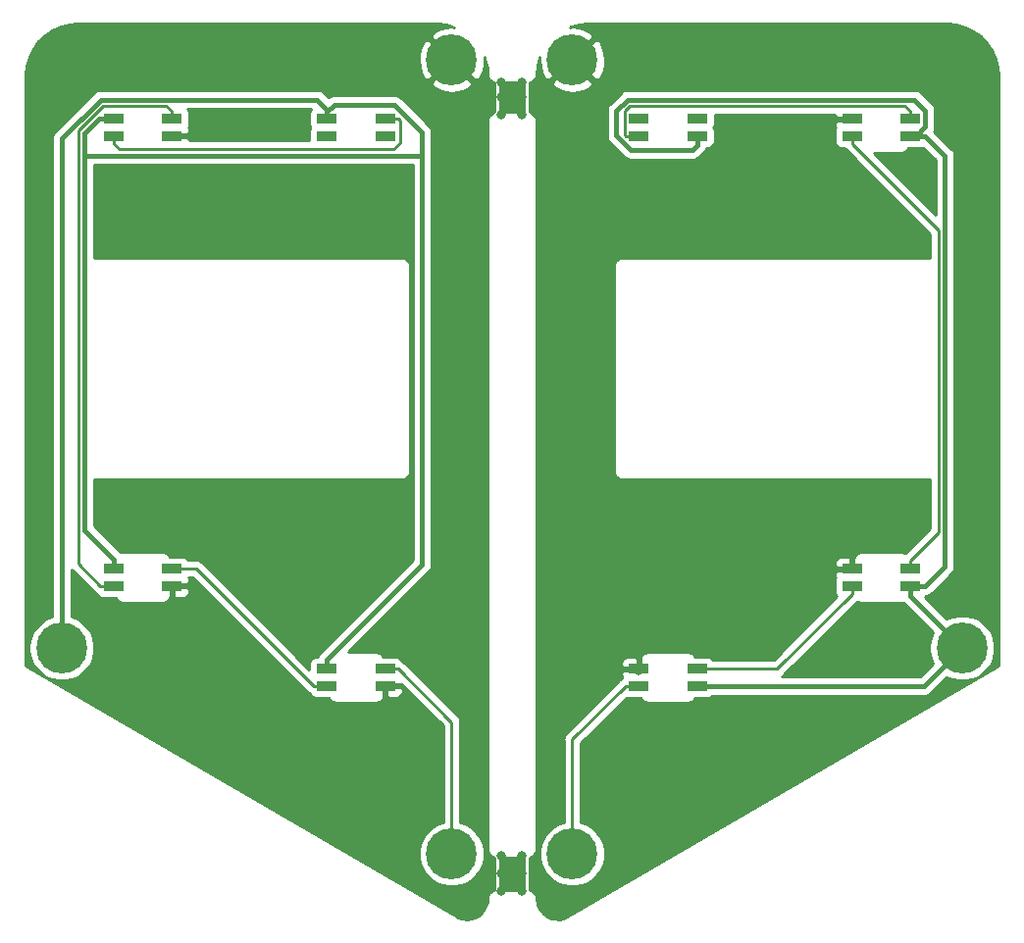
<source format=gbl>
G04 #@! TF.GenerationSoftware,KiCad,Pcbnew,5.1.5+dfsg1-2build2*
G04 #@! TF.CreationDate,2020-09-22T17:53:16+09:00*
G04 #@! TF.ProjectId,shield,73686965-6c64-42e6-9b69-6361645f7063,rev?*
G04 #@! TF.SameCoordinates,Original*
G04 #@! TF.FileFunction,Copper,L2,Bot*
G04 #@! TF.FilePolarity,Positive*
%FSLAX46Y46*%
G04 Gerber Fmt 4.6, Leading zero omitted, Abs format (unit mm)*
G04 Created by KiCad (PCBNEW 5.1.5+dfsg1-2build2) date 2020-09-22 17:53:16*
%MOMM*%
%LPD*%
G04 APERTURE LIST*
%ADD10C,0.700000*%
%ADD11C,4.400000*%
%ADD12R,1.800000X0.820000*%
%ADD13C,0.800000*%
%ADD14C,0.400000*%
%ADD15C,0.250000*%
%ADD16C,0.254000*%
G04 APERTURE END LIST*
D10*
X17883274Y-66143274D03*
X19050000Y-65660000D03*
X20216726Y-66143274D03*
X20700000Y-67310000D03*
X20216726Y-68476726D03*
X19050000Y-68960000D03*
X17883274Y-68476726D03*
X17400000Y-67310000D03*
D11*
X19050000Y-67310000D03*
D10*
X51538274Y-83923274D03*
X52705000Y-83440000D03*
X53871726Y-83923274D03*
X54355000Y-85090000D03*
X53871726Y-86256726D03*
X52705000Y-86740000D03*
X51538274Y-86256726D03*
X51055000Y-85090000D03*
D11*
X52705000Y-85090000D03*
X52705000Y-16510000D03*
D10*
X51055000Y-16510000D03*
X51538274Y-17676726D03*
X52705000Y-18160000D03*
X53871726Y-17676726D03*
X54355000Y-16510000D03*
X53871726Y-15343274D03*
X52705000Y-14860000D03*
X51538274Y-15343274D03*
D12*
X23535000Y-60464000D03*
X23535000Y-61964000D03*
X28535000Y-61964000D03*
X28535000Y-60464000D03*
X23535000Y-21602000D03*
X23535000Y-23102000D03*
X28535000Y-23102000D03*
X28535000Y-21602000D03*
X41950000Y-69100000D03*
X41950000Y-70600000D03*
X46950000Y-70600000D03*
X46950000Y-69100000D03*
X41950000Y-21602000D03*
X41950000Y-23102000D03*
X46950000Y-23102000D03*
X46950000Y-21602000D03*
D11*
X63119000Y-85090000D03*
D10*
X64769000Y-85090000D03*
X64285726Y-86256726D03*
X63119000Y-86740000D03*
X61952274Y-86256726D03*
X61469000Y-85090000D03*
X61952274Y-83923274D03*
X63119000Y-83440000D03*
X64285726Y-83923274D03*
D11*
X96774000Y-67310000D03*
D10*
X98424000Y-67310000D03*
X97940726Y-68476726D03*
X96774000Y-68960000D03*
X95607274Y-68476726D03*
X95124000Y-67310000D03*
X95607274Y-66143274D03*
X96774000Y-65660000D03*
X97940726Y-66143274D03*
D12*
X87289000Y-61964000D03*
X87289000Y-60464000D03*
X92289000Y-60464000D03*
X92289000Y-61964000D03*
X68874000Y-70600000D03*
X68874000Y-69100000D03*
X73874000Y-69100000D03*
X73874000Y-70600000D03*
X87289000Y-23102000D03*
X87289000Y-21602000D03*
X92289000Y-21602000D03*
X92289000Y-23102000D03*
X68874000Y-23102000D03*
X68874000Y-21602000D03*
X73874000Y-21602000D03*
X73874000Y-23102000D03*
D10*
X64285726Y-15343274D03*
X63119000Y-14860000D03*
X61952274Y-15343274D03*
X61469000Y-16510000D03*
X61952274Y-17676726D03*
X63119000Y-18160000D03*
X64285726Y-17676726D03*
X64769000Y-16510000D03*
D11*
X63119000Y-16510000D03*
D13*
X57023000Y-85217000D03*
X57023000Y-88265000D03*
X58801000Y-88265000D03*
X58801000Y-85217000D03*
X57023000Y-18415000D03*
X57023000Y-21209000D03*
X58801000Y-21209000D03*
X58801000Y-18415000D03*
X28575000Y-23114000D03*
X46990000Y-23114000D03*
X46990000Y-70612000D03*
X28575000Y-61976000D03*
X68834000Y-69215000D03*
X68834000Y-21590000D03*
X88519000Y-66675000D03*
X92964000Y-26035000D03*
X39370000Y-57785000D03*
X36830000Y-29210000D03*
X87249000Y-21590000D03*
X87249000Y-60325000D03*
X57023000Y-86741000D03*
X58801000Y-86741000D03*
X58801000Y-19685000D03*
X57023000Y-19685000D03*
D14*
X93484000Y-70600000D02*
X96774000Y-67310000D01*
X73874000Y-70600000D02*
X93484000Y-70600000D01*
X92289000Y-62825000D02*
X92289000Y-61964000D01*
X96774000Y-67310000D02*
X92289000Y-62825000D01*
X93589000Y-23102000D02*
X92289000Y-23102000D01*
X95286019Y-24799019D02*
X93589000Y-23102000D01*
X95286019Y-60266981D02*
X95286019Y-24799019D01*
X93589000Y-61964000D02*
X95286019Y-60266981D01*
X92289000Y-61964000D02*
X93589000Y-61964000D01*
X68191534Y-24312010D02*
X66929000Y-23049476D01*
X73473990Y-24312010D02*
X68191534Y-24312010D01*
X73874000Y-23912000D02*
X73473990Y-24312010D01*
X73874000Y-23102000D02*
X73874000Y-23912000D01*
X93589000Y-22292000D02*
X92779000Y-23102000D01*
X93589001Y-20871999D02*
X93589000Y-22292000D01*
X92658983Y-19941981D02*
X93589001Y-20871999D01*
X92779000Y-23102000D02*
X92289000Y-23102000D01*
X67896541Y-19941981D02*
X92658983Y-19941981D01*
X66929000Y-20909522D02*
X67896541Y-19941981D01*
X66929000Y-23049476D02*
X66929000Y-20909522D01*
X22235000Y-21602000D02*
X23535000Y-21602000D01*
X20987990Y-22849010D02*
X22235000Y-21602000D01*
X23535000Y-59654000D02*
X20987990Y-57106990D01*
X23535000Y-60464000D02*
X23535000Y-59654000D01*
X41950000Y-68290000D02*
X41950000Y-69100000D01*
X50165000Y-60075000D02*
X41950000Y-68290000D01*
X47769992Y-20391990D02*
X50165000Y-22786998D01*
X42559458Y-20391990D02*
X47769992Y-20391990D01*
X41950000Y-21001448D02*
X42559458Y-20391990D01*
X41950000Y-21602000D02*
X41950000Y-21001448D01*
X41950000Y-20792000D02*
X41950000Y-21602000D01*
X41099980Y-19941980D02*
X41950000Y-20792000D01*
X22410068Y-19941980D02*
X41099980Y-19941980D01*
X19050000Y-23302048D02*
X22410068Y-19941980D01*
X19050000Y-67310000D02*
X19050000Y-23302048D01*
X50165000Y-24765000D02*
X21020980Y-24765000D01*
X20987990Y-24732010D02*
X20987990Y-22849010D01*
X20987990Y-57106990D02*
X20987990Y-24732010D01*
X50165000Y-22786998D02*
X50165000Y-24765000D01*
X21020980Y-24765000D02*
X20987990Y-24732010D01*
X50165000Y-24765000D02*
X50165000Y-60075000D01*
D15*
X67724000Y-70600000D02*
X68874000Y-70600000D01*
X63119000Y-75205000D02*
X67724000Y-70600000D01*
X63119000Y-85090000D02*
X63119000Y-75205000D01*
X48100000Y-69100000D02*
X46950000Y-69100000D01*
X52705000Y-73705000D02*
X48100000Y-69100000D01*
X52705000Y-85090000D02*
X52705000Y-73705000D01*
X87289000Y-62624000D02*
X87289000Y-61964000D01*
X80813000Y-69100000D02*
X87289000Y-62624000D01*
X73874000Y-69100000D02*
X80813000Y-69100000D01*
X29685000Y-60464000D02*
X28535000Y-60464000D01*
X30664000Y-60464000D02*
X29685000Y-60464000D01*
X40800000Y-70600000D02*
X30664000Y-60464000D01*
X41950000Y-70600000D02*
X40800000Y-70600000D01*
X92289000Y-59804000D02*
X92289000Y-60464000D01*
X94761009Y-31234009D02*
X94761010Y-57331990D01*
X87289000Y-23762000D02*
X94761009Y-31234009D01*
X94761010Y-57331990D02*
X92289000Y-59804000D01*
X87289000Y-23102000D02*
X87289000Y-23762000D01*
X22385000Y-61964000D02*
X23535000Y-61964000D01*
X20462980Y-60041980D02*
X22385000Y-61964000D01*
X22627534Y-20466990D02*
X20462980Y-22631544D01*
X28059990Y-20466990D02*
X22627534Y-20466990D01*
X28535000Y-20942000D02*
X28059990Y-20466990D01*
X20462980Y-22631544D02*
X20462980Y-60041980D01*
X28535000Y-21602000D02*
X28535000Y-20942000D01*
X67648999Y-23026999D02*
X67724000Y-23102000D01*
X67648999Y-20931999D02*
X67648999Y-23026999D01*
X68114008Y-20466990D02*
X67648999Y-20931999D01*
X67724000Y-23102000D02*
X68874000Y-23102000D01*
X91813990Y-20466990D02*
X68114008Y-20466990D01*
X92289000Y-20942000D02*
X91813990Y-20466990D01*
X92289000Y-21602000D02*
X92289000Y-20942000D01*
X48100000Y-21602000D02*
X46950000Y-21602000D01*
X48260000Y-21762000D02*
X48100000Y-21602000D01*
X48260000Y-23687002D02*
X48260000Y-21762000D01*
X47709992Y-24237010D02*
X48260000Y-23687002D01*
X24010010Y-24237010D02*
X47709992Y-24237010D01*
X23535000Y-23762000D02*
X24010010Y-24237010D01*
X23535000Y-23102000D02*
X23535000Y-23762000D01*
D16*
G36*
X96277358Y-13481842D02*
G01*
X97026277Y-13686723D01*
X97727072Y-14020986D01*
X98357605Y-14474069D01*
X98897934Y-15031645D01*
X99330989Y-15676099D01*
X99643073Y-16387044D01*
X99825640Y-17147493D01*
X99874001Y-17806044D01*
X99874000Y-68807423D01*
X62676854Y-90529551D01*
X62332992Y-90661307D01*
X61981664Y-90721772D01*
X61625289Y-90712844D01*
X61277433Y-90634867D01*
X60951348Y-90490808D01*
X60659451Y-90286154D01*
X60412870Y-90028708D01*
X60220986Y-89728264D01*
X60091114Y-89396275D01*
X60024547Y-89025011D01*
X60020391Y-88920751D01*
X60022435Y-88900000D01*
X60008727Y-88760816D01*
X59968128Y-88626980D01*
X59902200Y-88503637D01*
X59813475Y-88395525D01*
X59705363Y-88306800D01*
X59582020Y-88240872D01*
X59448184Y-88200273D01*
X59436000Y-88199073D01*
X59436000Y-85409927D01*
X59448184Y-85408727D01*
X59582020Y-85368128D01*
X59705363Y-85302200D01*
X59813475Y-85213475D01*
X59902200Y-85105363D01*
X59968128Y-84982020D01*
X60008727Y-84848184D01*
X60012411Y-84810777D01*
X60284000Y-84810777D01*
X60284000Y-85369223D01*
X60392948Y-85916939D01*
X60606656Y-86432876D01*
X60916912Y-86897207D01*
X61311793Y-87292088D01*
X61776124Y-87602344D01*
X62292061Y-87816052D01*
X62839777Y-87925000D01*
X63398223Y-87925000D01*
X63945939Y-87816052D01*
X64461876Y-87602344D01*
X64926207Y-87292088D01*
X65321088Y-86897207D01*
X65631344Y-86432876D01*
X65845052Y-85916939D01*
X65954000Y-85369223D01*
X65954000Y-84810777D01*
X65845052Y-84263061D01*
X65631344Y-83747124D01*
X65321088Y-83282793D01*
X64926207Y-82887912D01*
X64461876Y-82577656D01*
X63945939Y-82363948D01*
X63879000Y-82350633D01*
X63879000Y-75519801D01*
X67783130Y-71615673D01*
X67849518Y-71635812D01*
X67974000Y-71648072D01*
X69045272Y-71648072D01*
X69093333Y-71737989D01*
X69180183Y-71843817D01*
X69286011Y-71930667D01*
X69406748Y-71995202D01*
X69537756Y-72034943D01*
X69674000Y-72048362D01*
X69708134Y-72045000D01*
X73039866Y-72045000D01*
X73074000Y-72048362D01*
X73210244Y-72034943D01*
X73341252Y-71995202D01*
X73461989Y-71930667D01*
X73567817Y-71843817D01*
X73654667Y-71737989D01*
X73702728Y-71648072D01*
X74774000Y-71648072D01*
X74898482Y-71635812D01*
X75018180Y-71599502D01*
X75128494Y-71540537D01*
X75225185Y-71461185D01*
X75246674Y-71435000D01*
X93442982Y-71435000D01*
X93484000Y-71439040D01*
X93525018Y-71435000D01*
X93525019Y-71435000D01*
X93647689Y-71422918D01*
X93805087Y-71375172D01*
X93950146Y-71297636D01*
X94077291Y-71193291D01*
X94103446Y-71161421D01*
X95439185Y-69825683D01*
X95947061Y-70036052D01*
X96494777Y-70145000D01*
X97053223Y-70145000D01*
X97600939Y-70036052D01*
X98116876Y-69822344D01*
X98581207Y-69512088D01*
X98976088Y-69117207D01*
X99286344Y-68652876D01*
X99500052Y-68136939D01*
X99609000Y-67589223D01*
X99609000Y-67030777D01*
X99500052Y-66483061D01*
X99286344Y-65967124D01*
X98976088Y-65502793D01*
X98581207Y-65107912D01*
X98116876Y-64797656D01*
X97600939Y-64583948D01*
X97053223Y-64475000D01*
X96494777Y-64475000D01*
X95947061Y-64583948D01*
X95439185Y-64794317D01*
X93546740Y-62901873D01*
X93640185Y-62825185D01*
X93664458Y-62795608D01*
X93752689Y-62786918D01*
X93910087Y-62739172D01*
X94055146Y-62661636D01*
X94182291Y-62557291D01*
X94208446Y-62525421D01*
X95847447Y-60886421D01*
X95879310Y-60860272D01*
X95983655Y-60733127D01*
X96061191Y-60588068D01*
X96108937Y-60430670D01*
X96121019Y-60308000D01*
X96121019Y-60307990D01*
X96125058Y-60266982D01*
X96121019Y-60225974D01*
X96121019Y-24840026D01*
X96125058Y-24799018D01*
X96121019Y-24758010D01*
X96121019Y-24758000D01*
X96108937Y-24635330D01*
X96061191Y-24477932D01*
X95983655Y-24332873D01*
X95879310Y-24205728D01*
X95847445Y-24179578D01*
X94335185Y-22667318D01*
X94364172Y-22613087D01*
X94411918Y-22455689D01*
X94428040Y-22292000D01*
X94423999Y-22250973D01*
X94424001Y-20913018D01*
X94428041Y-20871998D01*
X94411919Y-20708310D01*
X94364173Y-20550912D01*
X94286637Y-20405853D01*
X94208439Y-20310569D01*
X94208438Y-20310568D01*
X94182292Y-20278709D01*
X94150433Y-20252563D01*
X93278429Y-19380560D01*
X93252274Y-19348690D01*
X93125129Y-19244345D01*
X92980070Y-19166809D01*
X92822672Y-19119063D01*
X92700002Y-19106981D01*
X92700001Y-19106981D01*
X92658983Y-19102941D01*
X92617965Y-19106981D01*
X67937559Y-19106981D01*
X67896541Y-19102941D01*
X67855523Y-19106981D01*
X67855522Y-19106981D01*
X67732852Y-19119063D01*
X67676926Y-19136028D01*
X67575454Y-19166809D01*
X67430395Y-19244345D01*
X67361384Y-19300981D01*
X67303250Y-19348690D01*
X67277104Y-19380549D01*
X66367574Y-20290081D01*
X66335710Y-20316231D01*
X66260294Y-20408126D01*
X66231364Y-20443377D01*
X66153828Y-20588436D01*
X66106082Y-20745834D01*
X66089960Y-20909522D01*
X66094001Y-20950550D01*
X66094000Y-23008457D01*
X66089960Y-23049476D01*
X66100550Y-23157000D01*
X66106082Y-23213164D01*
X66153828Y-23370562D01*
X66231364Y-23515621D01*
X66335709Y-23642767D01*
X66367578Y-23668921D01*
X67572097Y-24873442D01*
X67598243Y-24905301D01*
X67725388Y-25009646D01*
X67870447Y-25087182D01*
X68027845Y-25134928D01*
X68150515Y-25147010D01*
X68150516Y-25147010D01*
X68191534Y-25151050D01*
X68232552Y-25147010D01*
X73432972Y-25147010D01*
X73473990Y-25151050D01*
X73515008Y-25147010D01*
X73515009Y-25147010D01*
X73637679Y-25134928D01*
X73795077Y-25087182D01*
X73940136Y-25009646D01*
X74067281Y-24905301D01*
X74093435Y-24873432D01*
X74435426Y-24531442D01*
X74467291Y-24505291D01*
X74571636Y-24378146D01*
X74649172Y-24233087D01*
X74674354Y-24150072D01*
X74774000Y-24150072D01*
X74898482Y-24137812D01*
X75018180Y-24101502D01*
X75128494Y-24042537D01*
X75225185Y-23963185D01*
X75304537Y-23866494D01*
X75363502Y-23756180D01*
X75399812Y-23636482D01*
X75412072Y-23512000D01*
X75412072Y-22692000D01*
X75399812Y-22567518D01*
X75363502Y-22447820D01*
X75312284Y-22352000D01*
X75363502Y-22256180D01*
X75399812Y-22136482D01*
X75412072Y-22012000D01*
X75412072Y-21226990D01*
X85751793Y-21226990D01*
X85754000Y-21316250D01*
X85912750Y-21475000D01*
X87162000Y-21475000D01*
X87162000Y-21455000D01*
X87394001Y-21455000D01*
X87394001Y-21749000D01*
X87162000Y-21749000D01*
X87162000Y-21729000D01*
X85912750Y-21729000D01*
X85754000Y-21887750D01*
X85750928Y-22012000D01*
X85763188Y-22136482D01*
X85799498Y-22256180D01*
X85850716Y-22352000D01*
X85799498Y-22447820D01*
X85763188Y-22567518D01*
X85750928Y-22692000D01*
X85750928Y-23512000D01*
X85763188Y-23636482D01*
X85799498Y-23756180D01*
X85858463Y-23866494D01*
X85937815Y-23963185D01*
X86034506Y-24042537D01*
X86144820Y-24101502D01*
X86264518Y-24137812D01*
X86389000Y-24150072D01*
X86634674Y-24150072D01*
X86654026Y-24186276D01*
X86696138Y-24237589D01*
X86749000Y-24302001D01*
X86777998Y-24325799D01*
X94001009Y-31548812D01*
X94001009Y-33580000D01*
X67471877Y-33580000D01*
X67437000Y-33576565D01*
X67402123Y-33580000D01*
X67297816Y-33590273D01*
X67163980Y-33630872D01*
X67040637Y-33696800D01*
X66932525Y-33785525D01*
X66843800Y-33893637D01*
X66777872Y-34016980D01*
X66737273Y-34150816D01*
X66723565Y-34290000D01*
X66727000Y-34324877D01*
X66727001Y-52035113D01*
X66723565Y-52070000D01*
X66737273Y-52209184D01*
X66777872Y-52343020D01*
X66843800Y-52466363D01*
X66932525Y-52574475D01*
X67040637Y-52663200D01*
X67163980Y-52729128D01*
X67297816Y-52769727D01*
X67402123Y-52780000D01*
X67437000Y-52783435D01*
X67471877Y-52780000D01*
X94001011Y-52780000D01*
X94001011Y-57017187D01*
X91881315Y-59136884D01*
X91876989Y-59133333D01*
X91756252Y-59068798D01*
X91625244Y-59029057D01*
X91523135Y-59019000D01*
X91523134Y-59019000D01*
X91489000Y-59015638D01*
X91454865Y-59019000D01*
X88123135Y-59019000D01*
X88089000Y-59015638D01*
X88054866Y-59019000D01*
X88054865Y-59019000D01*
X87952756Y-59029057D01*
X87821748Y-59068798D01*
X87701011Y-59133333D01*
X87595183Y-59220183D01*
X87508333Y-59326011D01*
X87443798Y-59446748D01*
X87404057Y-59577756D01*
X87390638Y-59714000D01*
X87394001Y-59748145D01*
X87394001Y-60611000D01*
X87162000Y-60611000D01*
X87162000Y-60591000D01*
X85912750Y-60591000D01*
X85754000Y-60749750D01*
X85750928Y-60874000D01*
X85763188Y-60998482D01*
X85799498Y-61118180D01*
X85850716Y-61214000D01*
X85799498Y-61309820D01*
X85763188Y-61429518D01*
X85750928Y-61554000D01*
X85750928Y-62374000D01*
X85763188Y-62498482D01*
X85799498Y-62618180D01*
X85858463Y-62728494D01*
X85937815Y-62825185D01*
X85979117Y-62859081D01*
X80498199Y-68340000D01*
X75306939Y-68340000D01*
X75304537Y-68335506D01*
X75225185Y-68238815D01*
X75128494Y-68159463D01*
X75018180Y-68100498D01*
X74898482Y-68064188D01*
X74774000Y-68051928D01*
X73702728Y-68051928D01*
X73654667Y-67962011D01*
X73567817Y-67856183D01*
X73461989Y-67769333D01*
X73341252Y-67704798D01*
X73210244Y-67665057D01*
X73108135Y-67655000D01*
X73108134Y-67655000D01*
X73074000Y-67651638D01*
X73039865Y-67655000D01*
X69708135Y-67655000D01*
X69674000Y-67651638D01*
X69639866Y-67655000D01*
X69639865Y-67655000D01*
X69537756Y-67665057D01*
X69406748Y-67704798D01*
X69286011Y-67769333D01*
X69180183Y-67856183D01*
X69093333Y-67962011D01*
X69028798Y-68082748D01*
X68989057Y-68213756D01*
X68975638Y-68350000D01*
X68979001Y-68384145D01*
X68979001Y-69247000D01*
X68747000Y-69247000D01*
X68747000Y-69227000D01*
X67497750Y-69227000D01*
X67339000Y-69385750D01*
X67335928Y-69510000D01*
X67348188Y-69634482D01*
X67384498Y-69754180D01*
X67435716Y-69850000D01*
X67404035Y-69909270D01*
X67299724Y-69965026D01*
X67299722Y-69965027D01*
X67299723Y-69965027D01*
X67212996Y-70036201D01*
X67212992Y-70036205D01*
X67183999Y-70059999D01*
X67160205Y-70088992D01*
X62607998Y-74641201D01*
X62579000Y-74664999D01*
X62555202Y-74693997D01*
X62555201Y-74693998D01*
X62484026Y-74780724D01*
X62413454Y-74912754D01*
X62369998Y-75056015D01*
X62355324Y-75205000D01*
X62359001Y-75242332D01*
X62359000Y-82350633D01*
X62292061Y-82363948D01*
X61776124Y-82577656D01*
X61311793Y-82887912D01*
X60916912Y-83282793D01*
X60606656Y-83747124D01*
X60392948Y-84263061D01*
X60284000Y-84810777D01*
X60012411Y-84810777D01*
X60022435Y-84709000D01*
X60019000Y-84674123D01*
X60019000Y-68690000D01*
X67335928Y-68690000D01*
X67339000Y-68814250D01*
X67497750Y-68973000D01*
X68747000Y-68973000D01*
X68747000Y-68213750D01*
X68588250Y-68055000D01*
X67974000Y-68051928D01*
X67849518Y-68064188D01*
X67729820Y-68100498D01*
X67619506Y-68159463D01*
X67522815Y-68238815D01*
X67443463Y-68335506D01*
X67384498Y-68445820D01*
X67348188Y-68565518D01*
X67335928Y-68690000D01*
X60019000Y-68690000D01*
X60019000Y-60054000D01*
X85750928Y-60054000D01*
X85754000Y-60178250D01*
X85912750Y-60337000D01*
X87162000Y-60337000D01*
X87162000Y-59577750D01*
X87003250Y-59419000D01*
X86389000Y-59415928D01*
X86264518Y-59428188D01*
X86144820Y-59464498D01*
X86034506Y-59523463D01*
X85937815Y-59602815D01*
X85858463Y-59699506D01*
X85799498Y-59809820D01*
X85763188Y-59929518D01*
X85750928Y-60054000D01*
X60019000Y-60054000D01*
X60019000Y-21751877D01*
X60022435Y-21717000D01*
X60008727Y-21577816D01*
X59968128Y-21443980D01*
X59902200Y-21320637D01*
X59813475Y-21212525D01*
X59705363Y-21123800D01*
X59582020Y-21057872D01*
X59448184Y-21017273D01*
X59436000Y-21016073D01*
X59436000Y-18499775D01*
X61308830Y-18499775D01*
X61548976Y-18887018D01*
X62042877Y-19147641D01*
X62578133Y-19306901D01*
X63134174Y-19358678D01*
X63689632Y-19300981D01*
X64223161Y-19136028D01*
X64689024Y-18887018D01*
X64929170Y-18499775D01*
X63119000Y-16689605D01*
X61308830Y-18499775D01*
X59436000Y-18499775D01*
X59436000Y-18480927D01*
X59448184Y-18479727D01*
X59582020Y-18439128D01*
X59705363Y-18373200D01*
X59813475Y-18284475D01*
X59902200Y-18176363D01*
X59968128Y-18053020D01*
X60008727Y-17919184D01*
X60022435Y-17780000D01*
X60022113Y-17776734D01*
X60090842Y-17006642D01*
X60294970Y-16260474D01*
X60270322Y-16525174D01*
X60328019Y-17080632D01*
X60492972Y-17614161D01*
X60741982Y-18080024D01*
X61129225Y-18320170D01*
X62939395Y-16510000D01*
X63298605Y-16510000D01*
X65108775Y-18320170D01*
X65496018Y-18080024D01*
X65756641Y-17586123D01*
X65915901Y-17050867D01*
X65967678Y-16494826D01*
X65909981Y-15939368D01*
X65745028Y-15405839D01*
X65496018Y-14939976D01*
X65108775Y-14699830D01*
X63298605Y-16510000D01*
X62939395Y-16510000D01*
X62925253Y-16495858D01*
X63104858Y-16316253D01*
X63119000Y-16330395D01*
X64929170Y-14520225D01*
X64689024Y-14132982D01*
X64195123Y-13872359D01*
X63659867Y-13713099D01*
X63103826Y-13661322D01*
X62901773Y-13682310D01*
X62996044Y-13640927D01*
X63756493Y-13458360D01*
X64415031Y-13410000D01*
X95472382Y-13410000D01*
X96277358Y-13481842D01*
G37*
X96277358Y-13481842D02*
X97026277Y-13686723D01*
X97727072Y-14020986D01*
X98357605Y-14474069D01*
X98897934Y-15031645D01*
X99330989Y-15676099D01*
X99643073Y-16387044D01*
X99825640Y-17147493D01*
X99874001Y-17806044D01*
X99874000Y-68807423D01*
X62676854Y-90529551D01*
X62332992Y-90661307D01*
X61981664Y-90721772D01*
X61625289Y-90712844D01*
X61277433Y-90634867D01*
X60951348Y-90490808D01*
X60659451Y-90286154D01*
X60412870Y-90028708D01*
X60220986Y-89728264D01*
X60091114Y-89396275D01*
X60024547Y-89025011D01*
X60020391Y-88920751D01*
X60022435Y-88900000D01*
X60008727Y-88760816D01*
X59968128Y-88626980D01*
X59902200Y-88503637D01*
X59813475Y-88395525D01*
X59705363Y-88306800D01*
X59582020Y-88240872D01*
X59448184Y-88200273D01*
X59436000Y-88199073D01*
X59436000Y-85409927D01*
X59448184Y-85408727D01*
X59582020Y-85368128D01*
X59705363Y-85302200D01*
X59813475Y-85213475D01*
X59902200Y-85105363D01*
X59968128Y-84982020D01*
X60008727Y-84848184D01*
X60012411Y-84810777D01*
X60284000Y-84810777D01*
X60284000Y-85369223D01*
X60392948Y-85916939D01*
X60606656Y-86432876D01*
X60916912Y-86897207D01*
X61311793Y-87292088D01*
X61776124Y-87602344D01*
X62292061Y-87816052D01*
X62839777Y-87925000D01*
X63398223Y-87925000D01*
X63945939Y-87816052D01*
X64461876Y-87602344D01*
X64926207Y-87292088D01*
X65321088Y-86897207D01*
X65631344Y-86432876D01*
X65845052Y-85916939D01*
X65954000Y-85369223D01*
X65954000Y-84810777D01*
X65845052Y-84263061D01*
X65631344Y-83747124D01*
X65321088Y-83282793D01*
X64926207Y-82887912D01*
X64461876Y-82577656D01*
X63945939Y-82363948D01*
X63879000Y-82350633D01*
X63879000Y-75519801D01*
X67783130Y-71615673D01*
X67849518Y-71635812D01*
X67974000Y-71648072D01*
X69045272Y-71648072D01*
X69093333Y-71737989D01*
X69180183Y-71843817D01*
X69286011Y-71930667D01*
X69406748Y-71995202D01*
X69537756Y-72034943D01*
X69674000Y-72048362D01*
X69708134Y-72045000D01*
X73039866Y-72045000D01*
X73074000Y-72048362D01*
X73210244Y-72034943D01*
X73341252Y-71995202D01*
X73461989Y-71930667D01*
X73567817Y-71843817D01*
X73654667Y-71737989D01*
X73702728Y-71648072D01*
X74774000Y-71648072D01*
X74898482Y-71635812D01*
X75018180Y-71599502D01*
X75128494Y-71540537D01*
X75225185Y-71461185D01*
X75246674Y-71435000D01*
X93442982Y-71435000D01*
X93484000Y-71439040D01*
X93525018Y-71435000D01*
X93525019Y-71435000D01*
X93647689Y-71422918D01*
X93805087Y-71375172D01*
X93950146Y-71297636D01*
X94077291Y-71193291D01*
X94103446Y-71161421D01*
X95439185Y-69825683D01*
X95947061Y-70036052D01*
X96494777Y-70145000D01*
X97053223Y-70145000D01*
X97600939Y-70036052D01*
X98116876Y-69822344D01*
X98581207Y-69512088D01*
X98976088Y-69117207D01*
X99286344Y-68652876D01*
X99500052Y-68136939D01*
X99609000Y-67589223D01*
X99609000Y-67030777D01*
X99500052Y-66483061D01*
X99286344Y-65967124D01*
X98976088Y-65502793D01*
X98581207Y-65107912D01*
X98116876Y-64797656D01*
X97600939Y-64583948D01*
X97053223Y-64475000D01*
X96494777Y-64475000D01*
X95947061Y-64583948D01*
X95439185Y-64794317D01*
X93546740Y-62901873D01*
X93640185Y-62825185D01*
X93664458Y-62795608D01*
X93752689Y-62786918D01*
X93910087Y-62739172D01*
X94055146Y-62661636D01*
X94182291Y-62557291D01*
X94208446Y-62525421D01*
X95847447Y-60886421D01*
X95879310Y-60860272D01*
X95983655Y-60733127D01*
X96061191Y-60588068D01*
X96108937Y-60430670D01*
X96121019Y-60308000D01*
X96121019Y-60307990D01*
X96125058Y-60266982D01*
X96121019Y-60225974D01*
X96121019Y-24840026D01*
X96125058Y-24799018D01*
X96121019Y-24758010D01*
X96121019Y-24758000D01*
X96108937Y-24635330D01*
X96061191Y-24477932D01*
X95983655Y-24332873D01*
X95879310Y-24205728D01*
X95847445Y-24179578D01*
X94335185Y-22667318D01*
X94364172Y-22613087D01*
X94411918Y-22455689D01*
X94428040Y-22292000D01*
X94423999Y-22250973D01*
X94424001Y-20913018D01*
X94428041Y-20871998D01*
X94411919Y-20708310D01*
X94364173Y-20550912D01*
X94286637Y-20405853D01*
X94208439Y-20310569D01*
X94208438Y-20310568D01*
X94182292Y-20278709D01*
X94150433Y-20252563D01*
X93278429Y-19380560D01*
X93252274Y-19348690D01*
X93125129Y-19244345D01*
X92980070Y-19166809D01*
X92822672Y-19119063D01*
X92700002Y-19106981D01*
X92700001Y-19106981D01*
X92658983Y-19102941D01*
X92617965Y-19106981D01*
X67937559Y-19106981D01*
X67896541Y-19102941D01*
X67855523Y-19106981D01*
X67855522Y-19106981D01*
X67732852Y-19119063D01*
X67676926Y-19136028D01*
X67575454Y-19166809D01*
X67430395Y-19244345D01*
X67361384Y-19300981D01*
X67303250Y-19348690D01*
X67277104Y-19380549D01*
X66367574Y-20290081D01*
X66335710Y-20316231D01*
X66260294Y-20408126D01*
X66231364Y-20443377D01*
X66153828Y-20588436D01*
X66106082Y-20745834D01*
X66089960Y-20909522D01*
X66094001Y-20950550D01*
X66094000Y-23008457D01*
X66089960Y-23049476D01*
X66100550Y-23157000D01*
X66106082Y-23213164D01*
X66153828Y-23370562D01*
X66231364Y-23515621D01*
X66335709Y-23642767D01*
X66367578Y-23668921D01*
X67572097Y-24873442D01*
X67598243Y-24905301D01*
X67725388Y-25009646D01*
X67870447Y-25087182D01*
X68027845Y-25134928D01*
X68150515Y-25147010D01*
X68150516Y-25147010D01*
X68191534Y-25151050D01*
X68232552Y-25147010D01*
X73432972Y-25147010D01*
X73473990Y-25151050D01*
X73515008Y-25147010D01*
X73515009Y-25147010D01*
X73637679Y-25134928D01*
X73795077Y-25087182D01*
X73940136Y-25009646D01*
X74067281Y-24905301D01*
X74093435Y-24873432D01*
X74435426Y-24531442D01*
X74467291Y-24505291D01*
X74571636Y-24378146D01*
X74649172Y-24233087D01*
X74674354Y-24150072D01*
X74774000Y-24150072D01*
X74898482Y-24137812D01*
X75018180Y-24101502D01*
X75128494Y-24042537D01*
X75225185Y-23963185D01*
X75304537Y-23866494D01*
X75363502Y-23756180D01*
X75399812Y-23636482D01*
X75412072Y-23512000D01*
X75412072Y-22692000D01*
X75399812Y-22567518D01*
X75363502Y-22447820D01*
X75312284Y-22352000D01*
X75363502Y-22256180D01*
X75399812Y-22136482D01*
X75412072Y-22012000D01*
X75412072Y-21226990D01*
X85751793Y-21226990D01*
X85754000Y-21316250D01*
X85912750Y-21475000D01*
X87162000Y-21475000D01*
X87162000Y-21455000D01*
X87394001Y-21455000D01*
X87394001Y-21749000D01*
X87162000Y-21749000D01*
X87162000Y-21729000D01*
X85912750Y-21729000D01*
X85754000Y-21887750D01*
X85750928Y-22012000D01*
X85763188Y-22136482D01*
X85799498Y-22256180D01*
X85850716Y-22352000D01*
X85799498Y-22447820D01*
X85763188Y-22567518D01*
X85750928Y-22692000D01*
X85750928Y-23512000D01*
X85763188Y-23636482D01*
X85799498Y-23756180D01*
X85858463Y-23866494D01*
X85937815Y-23963185D01*
X86034506Y-24042537D01*
X86144820Y-24101502D01*
X86264518Y-24137812D01*
X86389000Y-24150072D01*
X86634674Y-24150072D01*
X86654026Y-24186276D01*
X86696138Y-24237589D01*
X86749000Y-24302001D01*
X86777998Y-24325799D01*
X94001009Y-31548812D01*
X94001009Y-33580000D01*
X67471877Y-33580000D01*
X67437000Y-33576565D01*
X67402123Y-33580000D01*
X67297816Y-33590273D01*
X67163980Y-33630872D01*
X67040637Y-33696800D01*
X66932525Y-33785525D01*
X66843800Y-33893637D01*
X66777872Y-34016980D01*
X66737273Y-34150816D01*
X66723565Y-34290000D01*
X66727000Y-34324877D01*
X66727001Y-52035113D01*
X66723565Y-52070000D01*
X66737273Y-52209184D01*
X66777872Y-52343020D01*
X66843800Y-52466363D01*
X66932525Y-52574475D01*
X67040637Y-52663200D01*
X67163980Y-52729128D01*
X67297816Y-52769727D01*
X67402123Y-52780000D01*
X67437000Y-52783435D01*
X67471877Y-52780000D01*
X94001011Y-52780000D01*
X94001011Y-57017187D01*
X91881315Y-59136884D01*
X91876989Y-59133333D01*
X91756252Y-59068798D01*
X91625244Y-59029057D01*
X91523135Y-59019000D01*
X91523134Y-59019000D01*
X91489000Y-59015638D01*
X91454865Y-59019000D01*
X88123135Y-59019000D01*
X88089000Y-59015638D01*
X88054866Y-59019000D01*
X88054865Y-59019000D01*
X87952756Y-59029057D01*
X87821748Y-59068798D01*
X87701011Y-59133333D01*
X87595183Y-59220183D01*
X87508333Y-59326011D01*
X87443798Y-59446748D01*
X87404057Y-59577756D01*
X87390638Y-59714000D01*
X87394001Y-59748145D01*
X87394001Y-60611000D01*
X87162000Y-60611000D01*
X87162000Y-60591000D01*
X85912750Y-60591000D01*
X85754000Y-60749750D01*
X85750928Y-60874000D01*
X85763188Y-60998482D01*
X85799498Y-61118180D01*
X85850716Y-61214000D01*
X85799498Y-61309820D01*
X85763188Y-61429518D01*
X85750928Y-61554000D01*
X85750928Y-62374000D01*
X85763188Y-62498482D01*
X85799498Y-62618180D01*
X85858463Y-62728494D01*
X85937815Y-62825185D01*
X85979117Y-62859081D01*
X80498199Y-68340000D01*
X75306939Y-68340000D01*
X75304537Y-68335506D01*
X75225185Y-68238815D01*
X75128494Y-68159463D01*
X75018180Y-68100498D01*
X74898482Y-68064188D01*
X74774000Y-68051928D01*
X73702728Y-68051928D01*
X73654667Y-67962011D01*
X73567817Y-67856183D01*
X73461989Y-67769333D01*
X73341252Y-67704798D01*
X73210244Y-67665057D01*
X73108135Y-67655000D01*
X73108134Y-67655000D01*
X73074000Y-67651638D01*
X73039865Y-67655000D01*
X69708135Y-67655000D01*
X69674000Y-67651638D01*
X69639866Y-67655000D01*
X69639865Y-67655000D01*
X69537756Y-67665057D01*
X69406748Y-67704798D01*
X69286011Y-67769333D01*
X69180183Y-67856183D01*
X69093333Y-67962011D01*
X69028798Y-68082748D01*
X68989057Y-68213756D01*
X68975638Y-68350000D01*
X68979001Y-68384145D01*
X68979001Y-69247000D01*
X68747000Y-69247000D01*
X68747000Y-69227000D01*
X67497750Y-69227000D01*
X67339000Y-69385750D01*
X67335928Y-69510000D01*
X67348188Y-69634482D01*
X67384498Y-69754180D01*
X67435716Y-69850000D01*
X67404035Y-69909270D01*
X67299724Y-69965026D01*
X67299722Y-69965027D01*
X67299723Y-69965027D01*
X67212996Y-70036201D01*
X67212992Y-70036205D01*
X67183999Y-70059999D01*
X67160205Y-70088992D01*
X62607998Y-74641201D01*
X62579000Y-74664999D01*
X62555202Y-74693997D01*
X62555201Y-74693998D01*
X62484026Y-74780724D01*
X62413454Y-74912754D01*
X62369998Y-75056015D01*
X62355324Y-75205000D01*
X62359001Y-75242332D01*
X62359000Y-82350633D01*
X62292061Y-82363948D01*
X61776124Y-82577656D01*
X61311793Y-82887912D01*
X60916912Y-83282793D01*
X60606656Y-83747124D01*
X60392948Y-84263061D01*
X60284000Y-84810777D01*
X60012411Y-84810777D01*
X60022435Y-84709000D01*
X60019000Y-84674123D01*
X60019000Y-68690000D01*
X67335928Y-68690000D01*
X67339000Y-68814250D01*
X67497750Y-68973000D01*
X68747000Y-68973000D01*
X68747000Y-68213750D01*
X68588250Y-68055000D01*
X67974000Y-68051928D01*
X67849518Y-68064188D01*
X67729820Y-68100498D01*
X67619506Y-68159463D01*
X67522815Y-68238815D01*
X67443463Y-68335506D01*
X67384498Y-68445820D01*
X67348188Y-68565518D01*
X67335928Y-68690000D01*
X60019000Y-68690000D01*
X60019000Y-60054000D01*
X85750928Y-60054000D01*
X85754000Y-60178250D01*
X85912750Y-60337000D01*
X87162000Y-60337000D01*
X87162000Y-59577750D01*
X87003250Y-59419000D01*
X86389000Y-59415928D01*
X86264518Y-59428188D01*
X86144820Y-59464498D01*
X86034506Y-59523463D01*
X85937815Y-59602815D01*
X85858463Y-59699506D01*
X85799498Y-59809820D01*
X85763188Y-59929518D01*
X85750928Y-60054000D01*
X60019000Y-60054000D01*
X60019000Y-21751877D01*
X60022435Y-21717000D01*
X60008727Y-21577816D01*
X59968128Y-21443980D01*
X59902200Y-21320637D01*
X59813475Y-21212525D01*
X59705363Y-21123800D01*
X59582020Y-21057872D01*
X59448184Y-21017273D01*
X59436000Y-21016073D01*
X59436000Y-18499775D01*
X61308830Y-18499775D01*
X61548976Y-18887018D01*
X62042877Y-19147641D01*
X62578133Y-19306901D01*
X63134174Y-19358678D01*
X63689632Y-19300981D01*
X64223161Y-19136028D01*
X64689024Y-18887018D01*
X64929170Y-18499775D01*
X63119000Y-16689605D01*
X61308830Y-18499775D01*
X59436000Y-18499775D01*
X59436000Y-18480927D01*
X59448184Y-18479727D01*
X59582020Y-18439128D01*
X59705363Y-18373200D01*
X59813475Y-18284475D01*
X59902200Y-18176363D01*
X59968128Y-18053020D01*
X60008727Y-17919184D01*
X60022435Y-17780000D01*
X60022113Y-17776734D01*
X60090842Y-17006642D01*
X60294970Y-16260474D01*
X60270322Y-16525174D01*
X60328019Y-17080632D01*
X60492972Y-17614161D01*
X60741982Y-18080024D01*
X61129225Y-18320170D01*
X62939395Y-16510000D01*
X63298605Y-16510000D01*
X65108775Y-18320170D01*
X65496018Y-18080024D01*
X65756641Y-17586123D01*
X65915901Y-17050867D01*
X65967678Y-16494826D01*
X65909981Y-15939368D01*
X65745028Y-15405839D01*
X65496018Y-14939976D01*
X65108775Y-14699830D01*
X63298605Y-16510000D01*
X62939395Y-16510000D01*
X62925253Y-16495858D01*
X63104858Y-16316253D01*
X63119000Y-16330395D01*
X64929170Y-14520225D01*
X64689024Y-14132982D01*
X64195123Y-13872359D01*
X63659867Y-13713099D01*
X63103826Y-13661322D01*
X62901773Y-13682310D01*
X62996044Y-13640927D01*
X63756493Y-13458360D01*
X64415031Y-13410000D01*
X95472382Y-13410000D01*
X96277358Y-13481842D01*
G36*
X87701011Y-63294667D02*
G01*
X87821748Y-63359202D01*
X87952756Y-63398943D01*
X88089000Y-63412362D01*
X88123134Y-63409000D01*
X91454866Y-63409000D01*
X91489000Y-63412362D01*
X91625244Y-63398943D01*
X91668950Y-63385685D01*
X91695709Y-63418291D01*
X91727579Y-63444446D01*
X94258317Y-65975185D01*
X94047948Y-66483061D01*
X93939000Y-67030777D01*
X93939000Y-67589223D01*
X94047948Y-68136939D01*
X94258317Y-68644815D01*
X93138133Y-69765000D01*
X81181102Y-69765000D01*
X81237276Y-69734974D01*
X81353001Y-69640001D01*
X81376804Y-69610997D01*
X87696685Y-63291117D01*
X87701011Y-63294667D01*
G37*
X87701011Y-63294667D02*
X87821748Y-63359202D01*
X87952756Y-63398943D01*
X88089000Y-63412362D01*
X88123134Y-63409000D01*
X91454866Y-63409000D01*
X91489000Y-63412362D01*
X91625244Y-63398943D01*
X91668950Y-63385685D01*
X91695709Y-63418291D01*
X91727579Y-63444446D01*
X94258317Y-65975185D01*
X94047948Y-66483061D01*
X93939000Y-67030777D01*
X93939000Y-67589223D01*
X94047948Y-68136939D01*
X94258317Y-68644815D01*
X93138133Y-69765000D01*
X81181102Y-69765000D01*
X81237276Y-69734974D01*
X81353001Y-69640001D01*
X81376804Y-69610997D01*
X87696685Y-63291117D01*
X87701011Y-63294667D01*
G36*
X94451020Y-25144888D02*
G01*
X94451020Y-29849217D01*
X89148801Y-24547000D01*
X91454866Y-24547000D01*
X91489000Y-24550362D01*
X91625244Y-24536943D01*
X91756252Y-24497202D01*
X91876989Y-24432667D01*
X91982817Y-24345817D01*
X92069667Y-24239989D01*
X92117728Y-24150072D01*
X93189000Y-24150072D01*
X93313482Y-24137812D01*
X93413580Y-24107448D01*
X94451020Y-25144888D01*
G37*
X94451020Y-25144888D02*
X94451020Y-29849217D01*
X89148801Y-24547000D01*
X91454866Y-24547000D01*
X91489000Y-24550362D01*
X91625244Y-24536943D01*
X91756252Y-24497202D01*
X91876989Y-24432667D01*
X91982817Y-24345817D01*
X92069667Y-24239989D01*
X92117728Y-24150072D01*
X93189000Y-24150072D01*
X93313482Y-24137812D01*
X93413580Y-24107448D01*
X94451020Y-25144888D01*
G36*
X68979001Y-21749000D02*
G01*
X68747000Y-21749000D01*
X68747000Y-21729000D01*
X68727000Y-21729000D01*
X68727000Y-21475000D01*
X68747000Y-21475000D01*
X68747000Y-21455000D01*
X68979001Y-21455000D01*
X68979001Y-21749000D01*
G37*
X68979001Y-21749000D02*
X68747000Y-21749000D01*
X68747000Y-21729000D01*
X68727000Y-21729000D01*
X68727000Y-21475000D01*
X68747000Y-21475000D01*
X68747000Y-21455000D01*
X68979001Y-21455000D01*
X68979001Y-21749000D01*
G36*
X52208358Y-13481842D02*
G01*
X52954526Y-13685970D01*
X52689826Y-13661322D01*
X52134368Y-13719019D01*
X51600839Y-13883972D01*
X51134976Y-14132982D01*
X50894830Y-14520225D01*
X52705000Y-16330395D01*
X52719143Y-16316253D01*
X52898748Y-16495858D01*
X52884605Y-16510000D01*
X54694775Y-18320170D01*
X55082018Y-18080024D01*
X55342641Y-17586123D01*
X55501901Y-17050867D01*
X55553678Y-16494826D01*
X55532690Y-16292773D01*
X55574073Y-16387044D01*
X55756640Y-17147493D01*
X55802438Y-17771139D01*
X55801565Y-17780000D01*
X55815273Y-17919184D01*
X55855872Y-18053020D01*
X55921800Y-18176363D01*
X56010525Y-18284475D01*
X56118637Y-18373200D01*
X56241980Y-18439128D01*
X56375816Y-18479727D01*
X56388000Y-18480927D01*
X56388000Y-21016073D01*
X56375816Y-21017273D01*
X56241980Y-21057872D01*
X56118637Y-21123800D01*
X56010525Y-21212525D01*
X55921800Y-21320637D01*
X55855872Y-21443980D01*
X55815273Y-21577816D01*
X55801565Y-21717000D01*
X55805001Y-21751887D01*
X55805000Y-84674123D01*
X55801565Y-84709000D01*
X55815273Y-84848184D01*
X55855872Y-84982020D01*
X55921800Y-85105363D01*
X56010525Y-85213475D01*
X56118637Y-85302200D01*
X56241980Y-85368128D01*
X56375816Y-85408727D01*
X56388000Y-85409927D01*
X56388000Y-88199073D01*
X56375816Y-88200273D01*
X56241980Y-88240872D01*
X56118637Y-88306800D01*
X56010525Y-88395525D01*
X55921800Y-88503637D01*
X55855872Y-88626980D01*
X55815273Y-88760816D01*
X55801565Y-88900000D01*
X55801580Y-88900156D01*
X55766809Y-89254784D01*
X55663771Y-89596063D01*
X55496409Y-89910825D01*
X55271097Y-90187083D01*
X54996418Y-90414317D01*
X54682838Y-90583869D01*
X54342288Y-90689287D01*
X53987749Y-90726550D01*
X53632731Y-90694242D01*
X53270884Y-90587744D01*
X53164984Y-90539967D01*
X15950000Y-68807423D01*
X15950000Y-67030777D01*
X16215000Y-67030777D01*
X16215000Y-67589223D01*
X16323948Y-68136939D01*
X16537656Y-68652876D01*
X16847912Y-69117207D01*
X17242793Y-69512088D01*
X17707124Y-69822344D01*
X18223061Y-70036052D01*
X18770777Y-70145000D01*
X19329223Y-70145000D01*
X19876939Y-70036052D01*
X20392876Y-69822344D01*
X20857207Y-69512088D01*
X21252088Y-69117207D01*
X21562344Y-68652876D01*
X21776052Y-68136939D01*
X21885000Y-67589223D01*
X21885000Y-67030777D01*
X21776052Y-66483061D01*
X21562344Y-65967124D01*
X21252088Y-65502793D01*
X20857207Y-65107912D01*
X20392876Y-64797656D01*
X19885000Y-64587287D01*
X19885000Y-60535703D01*
X19899181Y-60552982D01*
X19922980Y-60581981D01*
X19951978Y-60605779D01*
X21821201Y-62475003D01*
X21844999Y-62504001D01*
X21960724Y-62598974D01*
X22065035Y-62654730D01*
X22104463Y-62728494D01*
X22183815Y-62825185D01*
X22280506Y-62904537D01*
X22390820Y-62963502D01*
X22510518Y-62999812D01*
X22635000Y-63012072D01*
X23706272Y-63012072D01*
X23754333Y-63101989D01*
X23841183Y-63207817D01*
X23947011Y-63294667D01*
X24067748Y-63359202D01*
X24198756Y-63398943D01*
X24335000Y-63412362D01*
X24369134Y-63409000D01*
X27700866Y-63409000D01*
X27735000Y-63412362D01*
X27871244Y-63398943D01*
X28002252Y-63359202D01*
X28122989Y-63294667D01*
X28228817Y-63207817D01*
X28315667Y-63101989D01*
X28380202Y-62981252D01*
X28419943Y-62850244D01*
X28430000Y-62748135D01*
X28430000Y-62748134D01*
X28433362Y-62714000D01*
X28430000Y-62679865D01*
X28430000Y-62091000D01*
X28662000Y-62091000D01*
X28662000Y-62850250D01*
X28820750Y-63009000D01*
X29435000Y-63012072D01*
X29559482Y-62999812D01*
X29679180Y-62963502D01*
X29789494Y-62904537D01*
X29886185Y-62825185D01*
X29965537Y-62728494D01*
X30024502Y-62618180D01*
X30060812Y-62498482D01*
X30073072Y-62374000D01*
X30070000Y-62249750D01*
X29911250Y-62091000D01*
X28662000Y-62091000D01*
X28430000Y-62091000D01*
X28430000Y-61817000D01*
X28662000Y-61817000D01*
X28662000Y-61837000D01*
X29911250Y-61837000D01*
X30070000Y-61678250D01*
X30073072Y-61554000D01*
X30060812Y-61429518D01*
X30024502Y-61309820D01*
X29978630Y-61224000D01*
X30349199Y-61224000D01*
X40236201Y-71111003D01*
X40259999Y-71140001D01*
X40375724Y-71234974D01*
X40480035Y-71290730D01*
X40519463Y-71364494D01*
X40598815Y-71461185D01*
X40695506Y-71540537D01*
X40805820Y-71599502D01*
X40925518Y-71635812D01*
X41050000Y-71648072D01*
X42121272Y-71648072D01*
X42169333Y-71737989D01*
X42256183Y-71843817D01*
X42362011Y-71930667D01*
X42482748Y-71995202D01*
X42613756Y-72034943D01*
X42750000Y-72048362D01*
X42784134Y-72045000D01*
X46115866Y-72045000D01*
X46150000Y-72048362D01*
X46286244Y-72034943D01*
X46417252Y-71995202D01*
X46537989Y-71930667D01*
X46643817Y-71843817D01*
X46730667Y-71737989D01*
X46795202Y-71617252D01*
X46834943Y-71486244D01*
X46845000Y-71384135D01*
X46845000Y-71384134D01*
X46848362Y-71350000D01*
X46845000Y-71315865D01*
X46845000Y-70727000D01*
X47077000Y-70727000D01*
X47077000Y-71486250D01*
X47235750Y-71645000D01*
X47850000Y-71648072D01*
X47974482Y-71635812D01*
X48094180Y-71599502D01*
X48204494Y-71540537D01*
X48301185Y-71461185D01*
X48380537Y-71364494D01*
X48439502Y-71254180D01*
X48475812Y-71134482D01*
X48488072Y-71010000D01*
X48485000Y-70885750D01*
X48326250Y-70727000D01*
X47077000Y-70727000D01*
X46845000Y-70727000D01*
X46845000Y-70453000D01*
X47077000Y-70453000D01*
X47077000Y-70473000D01*
X48326250Y-70473000D01*
X48362224Y-70437026D01*
X51945001Y-74019804D01*
X51945000Y-82350633D01*
X51878061Y-82363948D01*
X51362124Y-82577656D01*
X50897793Y-82887912D01*
X50502912Y-83282793D01*
X50192656Y-83747124D01*
X49978948Y-84263061D01*
X49870000Y-84810777D01*
X49870000Y-85369223D01*
X49978948Y-85916939D01*
X50192656Y-86432876D01*
X50502912Y-86897207D01*
X50897793Y-87292088D01*
X51362124Y-87602344D01*
X51878061Y-87816052D01*
X52425777Y-87925000D01*
X52984223Y-87925000D01*
X53531939Y-87816052D01*
X54047876Y-87602344D01*
X54512207Y-87292088D01*
X54907088Y-86897207D01*
X55217344Y-86432876D01*
X55431052Y-85916939D01*
X55540000Y-85369223D01*
X55540000Y-84810777D01*
X55431052Y-84263061D01*
X55217344Y-83747124D01*
X54907088Y-83282793D01*
X54512207Y-82887912D01*
X54047876Y-82577656D01*
X53531939Y-82363948D01*
X53465000Y-82350633D01*
X53465000Y-73742322D01*
X53468676Y-73704999D01*
X53465000Y-73667676D01*
X53465000Y-73667667D01*
X53454003Y-73556014D01*
X53410546Y-73412753D01*
X53339974Y-73280724D01*
X53326811Y-73264685D01*
X53268799Y-73193996D01*
X53268795Y-73193992D01*
X53245001Y-73164999D01*
X53216008Y-73141205D01*
X48663804Y-68589003D01*
X48640001Y-68559999D01*
X48524276Y-68465026D01*
X48419965Y-68409270D01*
X48380537Y-68335506D01*
X48301185Y-68238815D01*
X48204494Y-68159463D01*
X48094180Y-68100498D01*
X47974482Y-68064188D01*
X47850000Y-68051928D01*
X46778728Y-68051928D01*
X46730667Y-67962011D01*
X46643817Y-67856183D01*
X46537989Y-67769333D01*
X46417252Y-67704798D01*
X46286244Y-67665057D01*
X46184135Y-67655000D01*
X46184134Y-67655000D01*
X46150000Y-67651638D01*
X46115865Y-67655000D01*
X43765867Y-67655000D01*
X50726427Y-60694441D01*
X50758291Y-60668291D01*
X50862636Y-60541146D01*
X50940172Y-60396087D01*
X50987918Y-60238689D01*
X51000000Y-60116019D01*
X51000000Y-60116009D01*
X51004039Y-60075001D01*
X51000000Y-60033993D01*
X51000000Y-24806019D01*
X51004040Y-24765000D01*
X51000000Y-24723981D01*
X51000000Y-22828016D01*
X51004040Y-22786998D01*
X50994684Y-22692000D01*
X50987918Y-22623309D01*
X50940172Y-22465911D01*
X50862636Y-22320852D01*
X50809183Y-22255719D01*
X50784439Y-22225568D01*
X50784437Y-22225566D01*
X50758291Y-22193707D01*
X50726433Y-22167562D01*
X48389438Y-19830569D01*
X48363283Y-19798699D01*
X48236138Y-19694354D01*
X48091079Y-19616818D01*
X47933681Y-19569072D01*
X47811011Y-19556990D01*
X47811010Y-19556990D01*
X47769992Y-19552950D01*
X47728974Y-19556990D01*
X42600476Y-19556990D01*
X42559458Y-19552950D01*
X42518440Y-19556990D01*
X42518439Y-19556990D01*
X42395769Y-19569072D01*
X42238371Y-19616818D01*
X42093312Y-19694354D01*
X42060308Y-19721440D01*
X41719425Y-19380558D01*
X41693271Y-19348689D01*
X41566126Y-19244344D01*
X41421067Y-19166808D01*
X41263669Y-19119062D01*
X41140999Y-19106980D01*
X41140998Y-19106980D01*
X41099980Y-19102940D01*
X41058962Y-19106980D01*
X22451086Y-19106980D01*
X22410068Y-19102940D01*
X22369050Y-19106980D01*
X22369049Y-19106980D01*
X22246379Y-19119062D01*
X22088981Y-19166808D01*
X21943922Y-19244344D01*
X21816777Y-19348689D01*
X21790631Y-19380548D01*
X18488574Y-22682607D01*
X18456710Y-22708757D01*
X18375907Y-22807216D01*
X18352364Y-22835903D01*
X18274828Y-22980962D01*
X18227082Y-23138360D01*
X18210960Y-23302048D01*
X18215001Y-23343077D01*
X18215000Y-64587287D01*
X17707124Y-64797656D01*
X17242793Y-65107912D01*
X16847912Y-65502793D01*
X16537656Y-65967124D01*
X16323948Y-66483061D01*
X16215000Y-67030777D01*
X15950000Y-67030777D01*
X15950000Y-18499775D01*
X50894830Y-18499775D01*
X51134976Y-18887018D01*
X51628877Y-19147641D01*
X52164133Y-19306901D01*
X52720174Y-19358678D01*
X53275632Y-19300981D01*
X53809161Y-19136028D01*
X54275024Y-18887018D01*
X54515170Y-18499775D01*
X52705000Y-16689605D01*
X50894830Y-18499775D01*
X15950000Y-18499775D01*
X15950000Y-17811618D01*
X16021842Y-17006642D01*
X16153556Y-16525174D01*
X49856322Y-16525174D01*
X49914019Y-17080632D01*
X50078972Y-17614161D01*
X50327982Y-18080024D01*
X50715225Y-18320170D01*
X52525395Y-16510000D01*
X50715225Y-14699830D01*
X50327982Y-14939976D01*
X50067359Y-15433877D01*
X49908099Y-15969133D01*
X49856322Y-16525174D01*
X16153556Y-16525174D01*
X16226723Y-16257723D01*
X16560986Y-15556928D01*
X17014069Y-14926395D01*
X17571645Y-14386066D01*
X18216099Y-13953011D01*
X18927044Y-13640927D01*
X19687493Y-13458360D01*
X20346031Y-13410000D01*
X51403382Y-13410000D01*
X52208358Y-13481842D01*
G37*
X52208358Y-13481842D02*
X52954526Y-13685970D01*
X52689826Y-13661322D01*
X52134368Y-13719019D01*
X51600839Y-13883972D01*
X51134976Y-14132982D01*
X50894830Y-14520225D01*
X52705000Y-16330395D01*
X52719143Y-16316253D01*
X52898748Y-16495858D01*
X52884605Y-16510000D01*
X54694775Y-18320170D01*
X55082018Y-18080024D01*
X55342641Y-17586123D01*
X55501901Y-17050867D01*
X55553678Y-16494826D01*
X55532690Y-16292773D01*
X55574073Y-16387044D01*
X55756640Y-17147493D01*
X55802438Y-17771139D01*
X55801565Y-17780000D01*
X55815273Y-17919184D01*
X55855872Y-18053020D01*
X55921800Y-18176363D01*
X56010525Y-18284475D01*
X56118637Y-18373200D01*
X56241980Y-18439128D01*
X56375816Y-18479727D01*
X56388000Y-18480927D01*
X56388000Y-21016073D01*
X56375816Y-21017273D01*
X56241980Y-21057872D01*
X56118637Y-21123800D01*
X56010525Y-21212525D01*
X55921800Y-21320637D01*
X55855872Y-21443980D01*
X55815273Y-21577816D01*
X55801565Y-21717000D01*
X55805001Y-21751887D01*
X55805000Y-84674123D01*
X55801565Y-84709000D01*
X55815273Y-84848184D01*
X55855872Y-84982020D01*
X55921800Y-85105363D01*
X56010525Y-85213475D01*
X56118637Y-85302200D01*
X56241980Y-85368128D01*
X56375816Y-85408727D01*
X56388000Y-85409927D01*
X56388000Y-88199073D01*
X56375816Y-88200273D01*
X56241980Y-88240872D01*
X56118637Y-88306800D01*
X56010525Y-88395525D01*
X55921800Y-88503637D01*
X55855872Y-88626980D01*
X55815273Y-88760816D01*
X55801565Y-88900000D01*
X55801580Y-88900156D01*
X55766809Y-89254784D01*
X55663771Y-89596063D01*
X55496409Y-89910825D01*
X55271097Y-90187083D01*
X54996418Y-90414317D01*
X54682838Y-90583869D01*
X54342288Y-90689287D01*
X53987749Y-90726550D01*
X53632731Y-90694242D01*
X53270884Y-90587744D01*
X53164984Y-90539967D01*
X15950000Y-68807423D01*
X15950000Y-67030777D01*
X16215000Y-67030777D01*
X16215000Y-67589223D01*
X16323948Y-68136939D01*
X16537656Y-68652876D01*
X16847912Y-69117207D01*
X17242793Y-69512088D01*
X17707124Y-69822344D01*
X18223061Y-70036052D01*
X18770777Y-70145000D01*
X19329223Y-70145000D01*
X19876939Y-70036052D01*
X20392876Y-69822344D01*
X20857207Y-69512088D01*
X21252088Y-69117207D01*
X21562344Y-68652876D01*
X21776052Y-68136939D01*
X21885000Y-67589223D01*
X21885000Y-67030777D01*
X21776052Y-66483061D01*
X21562344Y-65967124D01*
X21252088Y-65502793D01*
X20857207Y-65107912D01*
X20392876Y-64797656D01*
X19885000Y-64587287D01*
X19885000Y-60535703D01*
X19899181Y-60552982D01*
X19922980Y-60581981D01*
X19951978Y-60605779D01*
X21821201Y-62475003D01*
X21844999Y-62504001D01*
X21960724Y-62598974D01*
X22065035Y-62654730D01*
X22104463Y-62728494D01*
X22183815Y-62825185D01*
X22280506Y-62904537D01*
X22390820Y-62963502D01*
X22510518Y-62999812D01*
X22635000Y-63012072D01*
X23706272Y-63012072D01*
X23754333Y-63101989D01*
X23841183Y-63207817D01*
X23947011Y-63294667D01*
X24067748Y-63359202D01*
X24198756Y-63398943D01*
X24335000Y-63412362D01*
X24369134Y-63409000D01*
X27700866Y-63409000D01*
X27735000Y-63412362D01*
X27871244Y-63398943D01*
X28002252Y-63359202D01*
X28122989Y-63294667D01*
X28228817Y-63207817D01*
X28315667Y-63101989D01*
X28380202Y-62981252D01*
X28419943Y-62850244D01*
X28430000Y-62748135D01*
X28430000Y-62748134D01*
X28433362Y-62714000D01*
X28430000Y-62679865D01*
X28430000Y-62091000D01*
X28662000Y-62091000D01*
X28662000Y-62850250D01*
X28820750Y-63009000D01*
X29435000Y-63012072D01*
X29559482Y-62999812D01*
X29679180Y-62963502D01*
X29789494Y-62904537D01*
X29886185Y-62825185D01*
X29965537Y-62728494D01*
X30024502Y-62618180D01*
X30060812Y-62498482D01*
X30073072Y-62374000D01*
X30070000Y-62249750D01*
X29911250Y-62091000D01*
X28662000Y-62091000D01*
X28430000Y-62091000D01*
X28430000Y-61817000D01*
X28662000Y-61817000D01*
X28662000Y-61837000D01*
X29911250Y-61837000D01*
X30070000Y-61678250D01*
X30073072Y-61554000D01*
X30060812Y-61429518D01*
X30024502Y-61309820D01*
X29978630Y-61224000D01*
X30349199Y-61224000D01*
X40236201Y-71111003D01*
X40259999Y-71140001D01*
X40375724Y-71234974D01*
X40480035Y-71290730D01*
X40519463Y-71364494D01*
X40598815Y-71461185D01*
X40695506Y-71540537D01*
X40805820Y-71599502D01*
X40925518Y-71635812D01*
X41050000Y-71648072D01*
X42121272Y-71648072D01*
X42169333Y-71737989D01*
X42256183Y-71843817D01*
X42362011Y-71930667D01*
X42482748Y-71995202D01*
X42613756Y-72034943D01*
X42750000Y-72048362D01*
X42784134Y-72045000D01*
X46115866Y-72045000D01*
X46150000Y-72048362D01*
X46286244Y-72034943D01*
X46417252Y-71995202D01*
X46537989Y-71930667D01*
X46643817Y-71843817D01*
X46730667Y-71737989D01*
X46795202Y-71617252D01*
X46834943Y-71486244D01*
X46845000Y-71384135D01*
X46845000Y-71384134D01*
X46848362Y-71350000D01*
X46845000Y-71315865D01*
X46845000Y-70727000D01*
X47077000Y-70727000D01*
X47077000Y-71486250D01*
X47235750Y-71645000D01*
X47850000Y-71648072D01*
X47974482Y-71635812D01*
X48094180Y-71599502D01*
X48204494Y-71540537D01*
X48301185Y-71461185D01*
X48380537Y-71364494D01*
X48439502Y-71254180D01*
X48475812Y-71134482D01*
X48488072Y-71010000D01*
X48485000Y-70885750D01*
X48326250Y-70727000D01*
X47077000Y-70727000D01*
X46845000Y-70727000D01*
X46845000Y-70453000D01*
X47077000Y-70453000D01*
X47077000Y-70473000D01*
X48326250Y-70473000D01*
X48362224Y-70437026D01*
X51945001Y-74019804D01*
X51945000Y-82350633D01*
X51878061Y-82363948D01*
X51362124Y-82577656D01*
X50897793Y-82887912D01*
X50502912Y-83282793D01*
X50192656Y-83747124D01*
X49978948Y-84263061D01*
X49870000Y-84810777D01*
X49870000Y-85369223D01*
X49978948Y-85916939D01*
X50192656Y-86432876D01*
X50502912Y-86897207D01*
X50897793Y-87292088D01*
X51362124Y-87602344D01*
X51878061Y-87816052D01*
X52425777Y-87925000D01*
X52984223Y-87925000D01*
X53531939Y-87816052D01*
X54047876Y-87602344D01*
X54512207Y-87292088D01*
X54907088Y-86897207D01*
X55217344Y-86432876D01*
X55431052Y-85916939D01*
X55540000Y-85369223D01*
X55540000Y-84810777D01*
X55431052Y-84263061D01*
X55217344Y-83747124D01*
X54907088Y-83282793D01*
X54512207Y-82887912D01*
X54047876Y-82577656D01*
X53531939Y-82363948D01*
X53465000Y-82350633D01*
X53465000Y-73742322D01*
X53468676Y-73704999D01*
X53465000Y-73667676D01*
X53465000Y-73667667D01*
X53454003Y-73556014D01*
X53410546Y-73412753D01*
X53339974Y-73280724D01*
X53326811Y-73264685D01*
X53268799Y-73193996D01*
X53268795Y-73193992D01*
X53245001Y-73164999D01*
X53216008Y-73141205D01*
X48663804Y-68589003D01*
X48640001Y-68559999D01*
X48524276Y-68465026D01*
X48419965Y-68409270D01*
X48380537Y-68335506D01*
X48301185Y-68238815D01*
X48204494Y-68159463D01*
X48094180Y-68100498D01*
X47974482Y-68064188D01*
X47850000Y-68051928D01*
X46778728Y-68051928D01*
X46730667Y-67962011D01*
X46643817Y-67856183D01*
X46537989Y-67769333D01*
X46417252Y-67704798D01*
X46286244Y-67665057D01*
X46184135Y-67655000D01*
X46184134Y-67655000D01*
X46150000Y-67651638D01*
X46115865Y-67655000D01*
X43765867Y-67655000D01*
X50726427Y-60694441D01*
X50758291Y-60668291D01*
X50862636Y-60541146D01*
X50940172Y-60396087D01*
X50987918Y-60238689D01*
X51000000Y-60116019D01*
X51000000Y-60116009D01*
X51004039Y-60075001D01*
X51000000Y-60033993D01*
X51000000Y-24806019D01*
X51004040Y-24765000D01*
X51000000Y-24723981D01*
X51000000Y-22828016D01*
X51004040Y-22786998D01*
X50994684Y-22692000D01*
X50987918Y-22623309D01*
X50940172Y-22465911D01*
X50862636Y-22320852D01*
X50809183Y-22255719D01*
X50784439Y-22225568D01*
X50784437Y-22225566D01*
X50758291Y-22193707D01*
X50726433Y-22167562D01*
X48389438Y-19830569D01*
X48363283Y-19798699D01*
X48236138Y-19694354D01*
X48091079Y-19616818D01*
X47933681Y-19569072D01*
X47811011Y-19556990D01*
X47811010Y-19556990D01*
X47769992Y-19552950D01*
X47728974Y-19556990D01*
X42600476Y-19556990D01*
X42559458Y-19552950D01*
X42518440Y-19556990D01*
X42518439Y-19556990D01*
X42395769Y-19569072D01*
X42238371Y-19616818D01*
X42093312Y-19694354D01*
X42060308Y-19721440D01*
X41719425Y-19380558D01*
X41693271Y-19348689D01*
X41566126Y-19244344D01*
X41421067Y-19166808D01*
X41263669Y-19119062D01*
X41140999Y-19106980D01*
X41140998Y-19106980D01*
X41099980Y-19102940D01*
X41058962Y-19106980D01*
X22451086Y-19106980D01*
X22410068Y-19102940D01*
X22369050Y-19106980D01*
X22369049Y-19106980D01*
X22246379Y-19119062D01*
X22088981Y-19166808D01*
X21943922Y-19244344D01*
X21816777Y-19348689D01*
X21790631Y-19380548D01*
X18488574Y-22682607D01*
X18456710Y-22708757D01*
X18375907Y-22807216D01*
X18352364Y-22835903D01*
X18274828Y-22980962D01*
X18227082Y-23138360D01*
X18210960Y-23302048D01*
X18215001Y-23343077D01*
X18215000Y-64587287D01*
X17707124Y-64797656D01*
X17242793Y-65107912D01*
X16847912Y-65502793D01*
X16537656Y-65967124D01*
X16323948Y-66483061D01*
X16215000Y-67030777D01*
X15950000Y-67030777D01*
X15950000Y-18499775D01*
X50894830Y-18499775D01*
X51134976Y-18887018D01*
X51628877Y-19147641D01*
X52164133Y-19306901D01*
X52720174Y-19358678D01*
X53275632Y-19300981D01*
X53809161Y-19136028D01*
X54275024Y-18887018D01*
X54515170Y-18499775D01*
X52705000Y-16689605D01*
X50894830Y-18499775D01*
X15950000Y-18499775D01*
X15950000Y-17811618D01*
X16021842Y-17006642D01*
X16153556Y-16525174D01*
X49856322Y-16525174D01*
X49914019Y-17080632D01*
X50078972Y-17614161D01*
X50327982Y-18080024D01*
X50715225Y-18320170D01*
X52525395Y-16510000D01*
X50715225Y-14699830D01*
X50327982Y-14939976D01*
X50067359Y-15433877D01*
X49908099Y-15969133D01*
X49856322Y-16525174D01*
X16153556Y-16525174D01*
X16226723Y-16257723D01*
X16560986Y-15556928D01*
X17014069Y-14926395D01*
X17571645Y-14386066D01*
X18216099Y-13953011D01*
X18927044Y-13640927D01*
X19687493Y-13458360D01*
X20346031Y-13410000D01*
X51403382Y-13410000D01*
X52208358Y-13481842D01*
G36*
X49330001Y-59729131D02*
G01*
X41388579Y-67670554D01*
X41356709Y-67696709D01*
X41291168Y-67776572D01*
X41252364Y-67823855D01*
X41174828Y-67968914D01*
X41149646Y-68051928D01*
X41050000Y-68051928D01*
X40925518Y-68064188D01*
X40805820Y-68100498D01*
X40695506Y-68159463D01*
X40598815Y-68238815D01*
X40519463Y-68335506D01*
X40460498Y-68445820D01*
X40424188Y-68565518D01*
X40411928Y-68690000D01*
X40411928Y-69137126D01*
X31227804Y-59953003D01*
X31204001Y-59923999D01*
X31088276Y-59829026D01*
X30956247Y-59758454D01*
X30812986Y-59714997D01*
X30701333Y-59704000D01*
X30701322Y-59704000D01*
X30664000Y-59700324D01*
X30626678Y-59704000D01*
X29967939Y-59704000D01*
X29965537Y-59699506D01*
X29886185Y-59602815D01*
X29789494Y-59523463D01*
X29679180Y-59464498D01*
X29559482Y-59428188D01*
X29435000Y-59415928D01*
X28363728Y-59415928D01*
X28315667Y-59326011D01*
X28228817Y-59220183D01*
X28122989Y-59133333D01*
X28002252Y-59068798D01*
X27871244Y-59029057D01*
X27769135Y-59019000D01*
X27769134Y-59019000D01*
X27735000Y-59015638D01*
X27700865Y-59019000D01*
X24369135Y-59019000D01*
X24335000Y-59015638D01*
X24300866Y-59019000D01*
X24300865Y-59019000D01*
X24198756Y-59029057D01*
X24119148Y-59053206D01*
X24096427Y-59034559D01*
X21822990Y-56761123D01*
X21822990Y-52780000D01*
X48352123Y-52780000D01*
X48387000Y-52783435D01*
X48421877Y-52780000D01*
X48526184Y-52769727D01*
X48660020Y-52729128D01*
X48783363Y-52663200D01*
X48891475Y-52574475D01*
X48980200Y-52466363D01*
X49046128Y-52343020D01*
X49086727Y-52209184D01*
X49100435Y-52070000D01*
X49097000Y-52035123D01*
X49097000Y-34324877D01*
X49100435Y-34290000D01*
X49086727Y-34150816D01*
X49046128Y-34016980D01*
X48980200Y-33893637D01*
X48891475Y-33785525D01*
X48783363Y-33696800D01*
X48660020Y-33630872D01*
X48526184Y-33590273D01*
X48421877Y-33580000D01*
X48387000Y-33576565D01*
X48352123Y-33580000D01*
X21822990Y-33580000D01*
X21822990Y-25600000D01*
X49330000Y-25600000D01*
X49330001Y-59729131D01*
G37*
X49330001Y-59729131D02*
X41388579Y-67670554D01*
X41356709Y-67696709D01*
X41291168Y-67776572D01*
X41252364Y-67823855D01*
X41174828Y-67968914D01*
X41149646Y-68051928D01*
X41050000Y-68051928D01*
X40925518Y-68064188D01*
X40805820Y-68100498D01*
X40695506Y-68159463D01*
X40598815Y-68238815D01*
X40519463Y-68335506D01*
X40460498Y-68445820D01*
X40424188Y-68565518D01*
X40411928Y-68690000D01*
X40411928Y-69137126D01*
X31227804Y-59953003D01*
X31204001Y-59923999D01*
X31088276Y-59829026D01*
X30956247Y-59758454D01*
X30812986Y-59714997D01*
X30701333Y-59704000D01*
X30701322Y-59704000D01*
X30664000Y-59700324D01*
X30626678Y-59704000D01*
X29967939Y-59704000D01*
X29965537Y-59699506D01*
X29886185Y-59602815D01*
X29789494Y-59523463D01*
X29679180Y-59464498D01*
X29559482Y-59428188D01*
X29435000Y-59415928D01*
X28363728Y-59415928D01*
X28315667Y-59326011D01*
X28228817Y-59220183D01*
X28122989Y-59133333D01*
X28002252Y-59068798D01*
X27871244Y-59029057D01*
X27769135Y-59019000D01*
X27769134Y-59019000D01*
X27735000Y-59015638D01*
X27700865Y-59019000D01*
X24369135Y-59019000D01*
X24335000Y-59015638D01*
X24300866Y-59019000D01*
X24300865Y-59019000D01*
X24198756Y-59029057D01*
X24119148Y-59053206D01*
X24096427Y-59034559D01*
X21822990Y-56761123D01*
X21822990Y-52780000D01*
X48352123Y-52780000D01*
X48387000Y-52783435D01*
X48421877Y-52780000D01*
X48526184Y-52769727D01*
X48660020Y-52729128D01*
X48783363Y-52663200D01*
X48891475Y-52574475D01*
X48980200Y-52466363D01*
X49046128Y-52343020D01*
X49086727Y-52209184D01*
X49100435Y-52070000D01*
X49097000Y-52035123D01*
X49097000Y-34324877D01*
X49100435Y-34290000D01*
X49086727Y-34150816D01*
X49046128Y-34016980D01*
X48980200Y-33893637D01*
X48891475Y-33785525D01*
X48783363Y-33696800D01*
X48660020Y-33630872D01*
X48526184Y-33590273D01*
X48421877Y-33580000D01*
X48387000Y-33576565D01*
X48352123Y-33580000D01*
X21822990Y-33580000D01*
X21822990Y-25600000D01*
X49330000Y-25600000D01*
X49330001Y-59729131D01*
G36*
X40519463Y-20837506D02*
G01*
X40460498Y-20947820D01*
X40424188Y-21067518D01*
X40411928Y-21192000D01*
X40411928Y-22012000D01*
X40424188Y-22136482D01*
X40460498Y-22256180D01*
X40511716Y-22352000D01*
X40460498Y-22447820D01*
X40424188Y-22567518D01*
X40411928Y-22692000D01*
X40411928Y-23477010D01*
X30072207Y-23477010D01*
X30070000Y-23387750D01*
X29911250Y-23229000D01*
X28662000Y-23229000D01*
X28662000Y-23249000D01*
X28430000Y-23249000D01*
X28430000Y-22955000D01*
X28662000Y-22955000D01*
X28662000Y-22975000D01*
X29911250Y-22975000D01*
X30070000Y-22816250D01*
X30073072Y-22692000D01*
X30060812Y-22567518D01*
X30024502Y-22447820D01*
X29973284Y-22352000D01*
X30024502Y-22256180D01*
X30060812Y-22136482D01*
X30073072Y-22012000D01*
X30073072Y-21192000D01*
X30060812Y-21067518D01*
X30024502Y-20947820D01*
X29965537Y-20837506D01*
X29915865Y-20776980D01*
X40569135Y-20776980D01*
X40519463Y-20837506D01*
G37*
X40519463Y-20837506D02*
X40460498Y-20947820D01*
X40424188Y-21067518D01*
X40411928Y-21192000D01*
X40411928Y-22012000D01*
X40424188Y-22136482D01*
X40460498Y-22256180D01*
X40511716Y-22352000D01*
X40460498Y-22447820D01*
X40424188Y-22567518D01*
X40411928Y-22692000D01*
X40411928Y-23477010D01*
X30072207Y-23477010D01*
X30070000Y-23387750D01*
X29911250Y-23229000D01*
X28662000Y-23229000D01*
X28662000Y-23249000D01*
X28430000Y-23249000D01*
X28430000Y-22955000D01*
X28662000Y-22955000D01*
X28662000Y-22975000D01*
X29911250Y-22975000D01*
X30070000Y-22816250D01*
X30073072Y-22692000D01*
X30060812Y-22567518D01*
X30024502Y-22447820D01*
X29973284Y-22352000D01*
X30024502Y-22256180D01*
X30060812Y-22136482D01*
X30073072Y-22012000D01*
X30073072Y-21192000D01*
X30060812Y-21067518D01*
X30024502Y-20947820D01*
X29965537Y-20837506D01*
X29915865Y-20776980D01*
X40569135Y-20776980D01*
X40519463Y-20837506D01*
G36*
X47077000Y-22975000D02*
G01*
X47097000Y-22975000D01*
X47097000Y-23229000D01*
X47077000Y-23229000D01*
X47077000Y-23249000D01*
X46845000Y-23249000D01*
X46845000Y-22955000D01*
X47077000Y-22955000D01*
X47077000Y-22975000D01*
G37*
X47077000Y-22975000D02*
X47097000Y-22975000D01*
X47097000Y-23229000D01*
X47077000Y-23229000D01*
X47077000Y-23249000D01*
X46845000Y-23249000D01*
X46845000Y-22955000D01*
X47077000Y-22955000D01*
X47077000Y-22975000D01*
G36*
X58928000Y-21007000D02*
G01*
X56896000Y-21007000D01*
X56896000Y-18490000D01*
X58928000Y-18490000D01*
X58928000Y-21007000D01*
G37*
X58928000Y-21007000D02*
X56896000Y-21007000D01*
X56896000Y-18490000D01*
X58928000Y-18490000D01*
X58928000Y-21007000D01*
G36*
X58928000Y-88190000D02*
G01*
X56896000Y-88190000D01*
X56896000Y-85419000D01*
X58928000Y-85419000D01*
X58928000Y-88190000D01*
G37*
X58928000Y-88190000D02*
X56896000Y-88190000D01*
X56896000Y-85419000D01*
X58928000Y-85419000D01*
X58928000Y-88190000D01*
M02*

</source>
